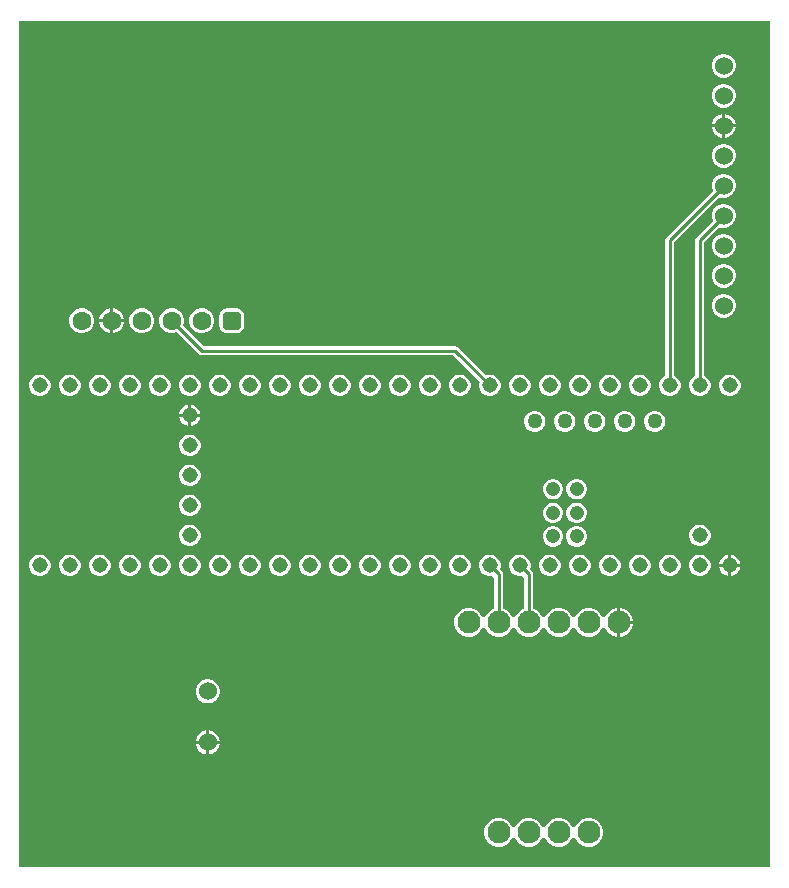
<source format=gbr>
G04*
G04 #@! TF.GenerationSoftware,Altium Limited,Altium Designer,25.0.2 (28)*
G04*
G04 Layer_Physical_Order=1*
G04 Layer_Color=255*
%FSLAX44Y44*%
%MOMM*%
G71*
G04*
G04 #@! TF.SameCoordinates,1FEDFA3E-EA99-418E-B41A-EB270C04C77C*
G04*
G04*
G04 #@! TF.FilePolarity,Positive*
G04*
G01*
G75*
%ADD13C,0.2540*%
%ADD21C,1.3080*%
%ADD22C,1.2580*%
%ADD23C,1.2080*%
%ADD24C,1.5240*%
%ADD25C,1.9304*%
%ADD26C,1.6000*%
G04:AMPARAMS|DCode=27|XSize=1.6mm|YSize=1.6mm|CornerRadius=0.4mm|HoleSize=0mm|Usage=FLASHONLY|Rotation=180.000|XOffset=0mm|YOffset=0mm|HoleType=Round|Shape=RoundedRectangle|*
%AMROUNDEDRECTD27*
21,1,1.6000,0.8000,0,0,180.0*
21,1,0.8000,1.6000,0,0,180.0*
1,1,0.8000,-0.4000,0.4000*
1,1,0.8000,0.4000,0.4000*
1,1,0.8000,0.4000,-0.4000*
1,1,0.8000,-0.4000,-0.4000*
%
%ADD27ROUNDEDRECTD27*%
G36*
X636270Y0D02*
X0D01*
Y716280D01*
X636270D01*
Y0D01*
D02*
G37*
%LPC*%
G36*
X598238Y688340D02*
X595562D01*
X592978Y687648D01*
X590662Y686310D01*
X588770Y684418D01*
X587432Y682102D01*
X586740Y679518D01*
Y676842D01*
X587432Y674258D01*
X588770Y671942D01*
X590662Y670050D01*
X592978Y668712D01*
X595562Y668020D01*
X598238D01*
X600822Y668712D01*
X603138Y670050D01*
X605030Y671942D01*
X606368Y674258D01*
X607060Y676842D01*
Y679518D01*
X606368Y682102D01*
X605030Y684418D01*
X603138Y686310D01*
X600822Y687648D01*
X598238Y688340D01*
D02*
G37*
G36*
Y662940D02*
X595562D01*
X592978Y662248D01*
X590662Y660910D01*
X588770Y659018D01*
X587432Y656702D01*
X586740Y654118D01*
Y651442D01*
X587432Y648858D01*
X588770Y646542D01*
X590662Y644650D01*
X592978Y643312D01*
X595562Y642620D01*
X598238D01*
X600822Y643312D01*
X603138Y644650D01*
X605030Y646542D01*
X606368Y648858D01*
X607060Y651442D01*
Y654118D01*
X606368Y656702D01*
X605030Y659018D01*
X603138Y660910D01*
X600822Y662248D01*
X598238Y662940D01*
D02*
G37*
G36*
Y637540D02*
X598170D01*
Y628650D01*
X607060D01*
Y628718D01*
X606368Y631302D01*
X605030Y633618D01*
X603138Y635510D01*
X600822Y636848D01*
X598238Y637540D01*
D02*
G37*
G36*
X595630D02*
X595562D01*
X592978Y636848D01*
X590662Y635510D01*
X588770Y633618D01*
X587432Y631302D01*
X586740Y628718D01*
Y628650D01*
X595630D01*
Y637540D01*
D02*
G37*
G36*
X607060Y626110D02*
X598170D01*
Y617220D01*
X598238D01*
X600822Y617912D01*
X603138Y619250D01*
X605030Y621142D01*
X606368Y623458D01*
X607060Y626042D01*
Y626110D01*
D02*
G37*
G36*
X595630D02*
X586740D01*
Y626042D01*
X587432Y623458D01*
X588770Y621142D01*
X590662Y619250D01*
X592978Y617912D01*
X595562Y617220D01*
X595630D01*
Y626110D01*
D02*
G37*
G36*
X598238Y612140D02*
X595562D01*
X592978Y611448D01*
X590662Y610110D01*
X588770Y608218D01*
X587432Y605902D01*
X586740Y603318D01*
Y600642D01*
X587432Y598058D01*
X588770Y595742D01*
X590662Y593850D01*
X592978Y592512D01*
X595562Y591820D01*
X598238D01*
X600822Y592512D01*
X603138Y593850D01*
X605030Y595742D01*
X606368Y598058D01*
X607060Y600642D01*
Y603318D01*
X606368Y605902D01*
X605030Y608218D01*
X603138Y610110D01*
X600822Y611448D01*
X598238Y612140D01*
D02*
G37*
G36*
Y586740D02*
X595562D01*
X592978Y586048D01*
X590662Y584710D01*
X588770Y582818D01*
X587432Y580502D01*
X586740Y577918D01*
Y575242D01*
X587432Y572658D01*
X587452Y572625D01*
X548433Y533607D01*
X547591Y532347D01*
X547295Y530860D01*
Y415912D01*
X545605Y414936D01*
X543914Y413245D01*
X542719Y411175D01*
X542100Y408865D01*
Y406475D01*
X542719Y404165D01*
X543914Y402095D01*
X545605Y400404D01*
X547675Y399209D01*
X549985Y398590D01*
X552375D01*
X554685Y399209D01*
X556755Y400404D01*
X558446Y402095D01*
X559641Y404165D01*
X560260Y406475D01*
Y408865D01*
X559641Y411175D01*
X558446Y413245D01*
X556755Y414936D01*
X555065Y415912D01*
Y529251D01*
X592945Y567132D01*
X592978Y567112D01*
X595562Y566420D01*
X598238D01*
X600822Y567112D01*
X603138Y568450D01*
X605030Y570342D01*
X606368Y572658D01*
X607060Y575242D01*
Y577918D01*
X606368Y580502D01*
X605030Y582818D01*
X603138Y584710D01*
X600822Y586048D01*
X598238Y586740D01*
D02*
G37*
G36*
Y561340D02*
X595562D01*
X592978Y560648D01*
X590662Y559310D01*
X588770Y557418D01*
X587432Y555102D01*
X586740Y552518D01*
Y549842D01*
X587432Y547258D01*
X587452Y547225D01*
X573833Y533607D01*
X572991Y532347D01*
X572695Y530860D01*
Y415912D01*
X571005Y414936D01*
X569314Y413245D01*
X568119Y411175D01*
X567500Y408865D01*
Y406475D01*
X568119Y404165D01*
X569314Y402095D01*
X571005Y400404D01*
X573075Y399209D01*
X575385Y398590D01*
X577775D01*
X580085Y399209D01*
X582155Y400404D01*
X583846Y402095D01*
X585041Y404165D01*
X585660Y406475D01*
Y408865D01*
X585041Y411175D01*
X583846Y413245D01*
X582155Y414936D01*
X580465Y415912D01*
Y529251D01*
X592945Y541731D01*
X592978Y541712D01*
X595562Y541020D01*
X598238D01*
X600822Y541712D01*
X603138Y543050D01*
X605030Y544942D01*
X606368Y547258D01*
X607060Y549842D01*
Y552518D01*
X606368Y555102D01*
X605030Y557418D01*
X603138Y559310D01*
X600822Y560648D01*
X598238Y561340D01*
D02*
G37*
G36*
Y535940D02*
X595562D01*
X592978Y535248D01*
X590662Y533910D01*
X588770Y532018D01*
X587432Y529702D01*
X586740Y527118D01*
Y524442D01*
X587432Y521858D01*
X588770Y519542D01*
X590662Y517650D01*
X592978Y516312D01*
X595562Y515620D01*
X598238D01*
X600822Y516312D01*
X603138Y517650D01*
X605030Y519542D01*
X606368Y521858D01*
X607060Y524442D01*
Y527118D01*
X606368Y529702D01*
X605030Y532018D01*
X603138Y533910D01*
X600822Y535248D01*
X598238Y535940D01*
D02*
G37*
G36*
Y510540D02*
X595562D01*
X592978Y509848D01*
X590662Y508510D01*
X588770Y506618D01*
X587432Y504302D01*
X586740Y501718D01*
Y499042D01*
X587432Y496458D01*
X588770Y494142D01*
X590662Y492250D01*
X592978Y490912D01*
X595562Y490220D01*
X598238D01*
X600822Y490912D01*
X603138Y492250D01*
X605030Y494142D01*
X606368Y496458D01*
X607060Y499042D01*
Y501718D01*
X606368Y504302D01*
X605030Y506618D01*
X603138Y508510D01*
X600822Y509848D01*
X598238Y510540D01*
D02*
G37*
G36*
Y485140D02*
X595562D01*
X592978Y484448D01*
X590662Y483110D01*
X588770Y481218D01*
X587432Y478902D01*
X586740Y476318D01*
Y473642D01*
X587432Y471058D01*
X588770Y468742D01*
X590662Y466850D01*
X592978Y465512D01*
X595562Y464820D01*
X598238D01*
X600822Y465512D01*
X603138Y466850D01*
X605030Y468742D01*
X606368Y471058D01*
X607060Y473642D01*
Y476318D01*
X606368Y478902D01*
X605030Y481218D01*
X603138Y483110D01*
X600822Y484448D01*
X598238Y485140D01*
D02*
G37*
G36*
X80128Y472820D02*
X80010D01*
Y463550D01*
X89280D01*
Y463668D01*
X88562Y466348D01*
X87174Y468752D01*
X85212Y470714D01*
X82808Y472102D01*
X80128Y472820D01*
D02*
G37*
G36*
X77470D02*
X77352D01*
X74672Y472102D01*
X72268Y470714D01*
X70306Y468752D01*
X68918Y466348D01*
X68200Y463668D01*
Y463550D01*
X77470D01*
Y472820D01*
D02*
G37*
G36*
X156328D02*
X153552D01*
X150872Y472102D01*
X148468Y470714D01*
X146506Y468752D01*
X145118Y466348D01*
X144400Y463668D01*
Y460892D01*
X145118Y458212D01*
X146506Y455808D01*
X148468Y453846D01*
X150872Y452458D01*
X153552Y451740D01*
X156328D01*
X159008Y452458D01*
X161412Y453846D01*
X163374Y455808D01*
X164762Y458212D01*
X165480Y460892D01*
Y463668D01*
X164762Y466348D01*
X163374Y468752D01*
X161412Y470714D01*
X159008Y472102D01*
X156328Y472820D01*
D02*
G37*
G36*
X105528D02*
X102752D01*
X100072Y472102D01*
X97668Y470714D01*
X95706Y468752D01*
X94318Y466348D01*
X93600Y463668D01*
Y460892D01*
X94318Y458212D01*
X95706Y455808D01*
X97668Y453846D01*
X100072Y452458D01*
X102752Y451740D01*
X105528D01*
X108208Y452458D01*
X110612Y453846D01*
X112574Y455808D01*
X113962Y458212D01*
X114680Y460892D01*
Y463668D01*
X113962Y466348D01*
X112574Y468752D01*
X110612Y470714D01*
X108208Y472102D01*
X105528Y472820D01*
D02*
G37*
G36*
X89280Y461010D02*
X80010D01*
Y451740D01*
X80128D01*
X82808Y452458D01*
X85212Y453846D01*
X87174Y455808D01*
X88562Y458212D01*
X89280Y460892D01*
Y461010D01*
D02*
G37*
G36*
X77470D02*
X68200D01*
Y460892D01*
X68918Y458212D01*
X70306Y455808D01*
X72268Y453846D01*
X74672Y452458D01*
X77352Y451740D01*
X77470D01*
Y461010D01*
D02*
G37*
G36*
X54728Y472820D02*
X51952D01*
X49272Y472102D01*
X46868Y470714D01*
X44906Y468752D01*
X43518Y466348D01*
X42800Y463668D01*
Y460892D01*
X43518Y458212D01*
X44906Y455808D01*
X46868Y453846D01*
X49272Y452458D01*
X51952Y451740D01*
X54728D01*
X57408Y452458D01*
X59812Y453846D01*
X61774Y455808D01*
X63162Y458212D01*
X63880Y460892D01*
Y463668D01*
X63162Y466348D01*
X61774Y468752D01*
X59812Y470714D01*
X57408Y472102D01*
X54728Y472820D01*
D02*
G37*
G36*
X184340Y472876D02*
X176340D01*
X174633Y472652D01*
X173042Y471993D01*
X171676Y470944D01*
X170627Y469578D01*
X169968Y467987D01*
X169744Y466280D01*
Y458280D01*
X169968Y456573D01*
X170627Y454982D01*
X171676Y453616D01*
X173042Y452567D01*
X174633Y451908D01*
X176340Y451684D01*
X184340D01*
X186047Y451908D01*
X187638Y452567D01*
X189004Y453616D01*
X190053Y454982D01*
X190712Y456573D01*
X190936Y458280D01*
Y466280D01*
X190712Y467987D01*
X190053Y469578D01*
X189004Y470944D01*
X187638Y471993D01*
X186047Y472652D01*
X184340Y472876D01*
D02*
G37*
G36*
X603175Y416750D02*
X600785D01*
X598475Y416131D01*
X596405Y414936D01*
X594714Y413245D01*
X593519Y411175D01*
X592900Y408865D01*
Y406475D01*
X593519Y404165D01*
X594714Y402095D01*
X596405Y400404D01*
X598475Y399209D01*
X600785Y398590D01*
X603175D01*
X605485Y399209D01*
X607555Y400404D01*
X609246Y402095D01*
X610441Y404165D01*
X611060Y406475D01*
Y408865D01*
X610441Y411175D01*
X609246Y413245D01*
X607555Y414936D01*
X605485Y416131D01*
X603175Y416750D01*
D02*
G37*
G36*
X526975D02*
X524585D01*
X522275Y416131D01*
X520205Y414936D01*
X518514Y413245D01*
X517319Y411175D01*
X516700Y408865D01*
Y406475D01*
X517319Y404165D01*
X518514Y402095D01*
X520205Y400404D01*
X522275Y399209D01*
X524585Y398590D01*
X526975D01*
X529285Y399209D01*
X531355Y400404D01*
X533046Y402095D01*
X534241Y404165D01*
X534860Y406475D01*
Y408865D01*
X534241Y411175D01*
X533046Y413245D01*
X531355Y414936D01*
X529285Y416131D01*
X526975Y416750D01*
D02*
G37*
G36*
X501575D02*
X499185D01*
X496875Y416131D01*
X494805Y414936D01*
X493114Y413245D01*
X491919Y411175D01*
X491300Y408865D01*
Y406475D01*
X491919Y404165D01*
X493114Y402095D01*
X494805Y400404D01*
X496875Y399209D01*
X499185Y398590D01*
X501575D01*
X503885Y399209D01*
X505955Y400404D01*
X507646Y402095D01*
X508841Y404165D01*
X509460Y406475D01*
Y408865D01*
X508841Y411175D01*
X507646Y413245D01*
X505955Y414936D01*
X503885Y416131D01*
X501575Y416750D01*
D02*
G37*
G36*
X476175D02*
X473785D01*
X471475Y416131D01*
X469405Y414936D01*
X467714Y413245D01*
X466519Y411175D01*
X465900Y408865D01*
Y406475D01*
X466519Y404165D01*
X467714Y402095D01*
X469405Y400404D01*
X471475Y399209D01*
X473785Y398590D01*
X476175D01*
X478485Y399209D01*
X480555Y400404D01*
X482246Y402095D01*
X483441Y404165D01*
X484060Y406475D01*
Y408865D01*
X483441Y411175D01*
X482246Y413245D01*
X480555Y414936D01*
X478485Y416131D01*
X476175Y416750D01*
D02*
G37*
G36*
X450775D02*
X448385D01*
X446075Y416131D01*
X444005Y414936D01*
X442314Y413245D01*
X441119Y411175D01*
X440500Y408865D01*
Y406475D01*
X441119Y404165D01*
X442314Y402095D01*
X444005Y400404D01*
X446075Y399209D01*
X448385Y398590D01*
X450775D01*
X453085Y399209D01*
X455155Y400404D01*
X456846Y402095D01*
X458041Y404165D01*
X458660Y406475D01*
Y408865D01*
X458041Y411175D01*
X456846Y413245D01*
X455155Y414936D01*
X453085Y416131D01*
X450775Y416750D01*
D02*
G37*
G36*
X425375D02*
X422985D01*
X420675Y416131D01*
X418605Y414936D01*
X416914Y413245D01*
X415719Y411175D01*
X415100Y408865D01*
Y406475D01*
X415719Y404165D01*
X416914Y402095D01*
X418605Y400404D01*
X420675Y399209D01*
X422985Y398590D01*
X425375D01*
X427685Y399209D01*
X429755Y400404D01*
X431446Y402095D01*
X432641Y404165D01*
X433260Y406475D01*
Y408865D01*
X432641Y411175D01*
X431446Y413245D01*
X429755Y414936D01*
X427685Y416131D01*
X425375Y416750D01*
D02*
G37*
G36*
X130928Y472820D02*
X128152D01*
X125472Y472102D01*
X123068Y470714D01*
X121106Y468752D01*
X119718Y466348D01*
X119000Y463668D01*
Y460892D01*
X119718Y458212D01*
X121106Y455808D01*
X123068Y453846D01*
X125472Y452458D01*
X128152Y451740D01*
X130928D01*
X133608Y452458D01*
X133773Y452553D01*
X152193Y434133D01*
X153453Y433291D01*
X154940Y432995D01*
X367961D01*
X390205Y410751D01*
X389700Y408865D01*
Y406475D01*
X390319Y404165D01*
X391514Y402095D01*
X393205Y400404D01*
X395275Y399209D01*
X397585Y398590D01*
X399975D01*
X402285Y399209D01*
X404355Y400404D01*
X406046Y402095D01*
X407241Y404165D01*
X407860Y406475D01*
Y408865D01*
X407241Y411175D01*
X406046Y413245D01*
X404355Y414936D01*
X402285Y416131D01*
X399975Y416750D01*
X397585D01*
X395699Y416245D01*
X372317Y439627D01*
X371057Y440469D01*
X369570Y440765D01*
X156549D01*
X139267Y458047D01*
X139362Y458212D01*
X140080Y460892D01*
Y463668D01*
X139362Y466348D01*
X137974Y468752D01*
X136012Y470714D01*
X133608Y472102D01*
X130928Y472820D01*
D02*
G37*
G36*
X374575Y416750D02*
X372185D01*
X369875Y416131D01*
X367805Y414936D01*
X366114Y413245D01*
X364919Y411175D01*
X364300Y408865D01*
Y406475D01*
X364919Y404165D01*
X366114Y402095D01*
X367805Y400404D01*
X369875Y399209D01*
X372185Y398590D01*
X374575D01*
X376885Y399209D01*
X378955Y400404D01*
X380646Y402095D01*
X381841Y404165D01*
X382460Y406475D01*
Y408865D01*
X381841Y411175D01*
X380646Y413245D01*
X378955Y414936D01*
X376885Y416131D01*
X374575Y416750D01*
D02*
G37*
G36*
X349175D02*
X346785D01*
X344475Y416131D01*
X342405Y414936D01*
X340714Y413245D01*
X339519Y411175D01*
X338900Y408865D01*
Y406475D01*
X339519Y404165D01*
X340714Y402095D01*
X342405Y400404D01*
X344475Y399209D01*
X346785Y398590D01*
X349175D01*
X351485Y399209D01*
X353555Y400404D01*
X355246Y402095D01*
X356441Y404165D01*
X357060Y406475D01*
Y408865D01*
X356441Y411175D01*
X355246Y413245D01*
X353555Y414936D01*
X351485Y416131D01*
X349175Y416750D01*
D02*
G37*
G36*
X323775D02*
X321385D01*
X319075Y416131D01*
X317005Y414936D01*
X315314Y413245D01*
X314119Y411175D01*
X313500Y408865D01*
Y406475D01*
X314119Y404165D01*
X315314Y402095D01*
X317005Y400404D01*
X319075Y399209D01*
X321385Y398590D01*
X323775D01*
X326085Y399209D01*
X328155Y400404D01*
X329846Y402095D01*
X331041Y404165D01*
X331660Y406475D01*
Y408865D01*
X331041Y411175D01*
X329846Y413245D01*
X328155Y414936D01*
X326085Y416131D01*
X323775Y416750D01*
D02*
G37*
G36*
X298375D02*
X295985D01*
X293675Y416131D01*
X291605Y414936D01*
X289914Y413245D01*
X288719Y411175D01*
X288100Y408865D01*
Y406475D01*
X288719Y404165D01*
X289914Y402095D01*
X291605Y400404D01*
X293675Y399209D01*
X295985Y398590D01*
X298375D01*
X300685Y399209D01*
X302755Y400404D01*
X304446Y402095D01*
X305641Y404165D01*
X306260Y406475D01*
Y408865D01*
X305641Y411175D01*
X304446Y413245D01*
X302755Y414936D01*
X300685Y416131D01*
X298375Y416750D01*
D02*
G37*
G36*
X272975D02*
X270585D01*
X268275Y416131D01*
X266205Y414936D01*
X264514Y413245D01*
X263319Y411175D01*
X262700Y408865D01*
Y406475D01*
X263319Y404165D01*
X264514Y402095D01*
X266205Y400404D01*
X268275Y399209D01*
X270585Y398590D01*
X272975D01*
X275285Y399209D01*
X277355Y400404D01*
X279046Y402095D01*
X280241Y404165D01*
X280860Y406475D01*
Y408865D01*
X280241Y411175D01*
X279046Y413245D01*
X277355Y414936D01*
X275285Y416131D01*
X272975Y416750D01*
D02*
G37*
G36*
X247575D02*
X245185D01*
X242875Y416131D01*
X240805Y414936D01*
X239114Y413245D01*
X237919Y411175D01*
X237300Y408865D01*
Y406475D01*
X237919Y404165D01*
X239114Y402095D01*
X240805Y400404D01*
X242875Y399209D01*
X245185Y398590D01*
X247575D01*
X249885Y399209D01*
X251955Y400404D01*
X253646Y402095D01*
X254841Y404165D01*
X255460Y406475D01*
Y408865D01*
X254841Y411175D01*
X253646Y413245D01*
X251955Y414936D01*
X249885Y416131D01*
X247575Y416750D01*
D02*
G37*
G36*
X222175D02*
X219785D01*
X217475Y416131D01*
X215405Y414936D01*
X213714Y413245D01*
X212519Y411175D01*
X211900Y408865D01*
Y406475D01*
X212519Y404165D01*
X213714Y402095D01*
X215405Y400404D01*
X217475Y399209D01*
X219785Y398590D01*
X222175D01*
X224485Y399209D01*
X226555Y400404D01*
X228246Y402095D01*
X229441Y404165D01*
X230060Y406475D01*
Y408865D01*
X229441Y411175D01*
X228246Y413245D01*
X226555Y414936D01*
X224485Y416131D01*
X222175Y416750D01*
D02*
G37*
G36*
X196775D02*
X194385D01*
X192075Y416131D01*
X190005Y414936D01*
X188314Y413245D01*
X187119Y411175D01*
X186500Y408865D01*
Y406475D01*
X187119Y404165D01*
X188314Y402095D01*
X190005Y400404D01*
X192075Y399209D01*
X194385Y398590D01*
X196775D01*
X199085Y399209D01*
X201155Y400404D01*
X202846Y402095D01*
X204041Y404165D01*
X204660Y406475D01*
Y408865D01*
X204041Y411175D01*
X202846Y413245D01*
X201155Y414936D01*
X199085Y416131D01*
X196775Y416750D01*
D02*
G37*
G36*
X171375D02*
X168985D01*
X166675Y416131D01*
X164605Y414936D01*
X162914Y413245D01*
X161719Y411175D01*
X161100Y408865D01*
Y406475D01*
X161719Y404165D01*
X162914Y402095D01*
X164605Y400404D01*
X166675Y399209D01*
X168985Y398590D01*
X171375D01*
X173685Y399209D01*
X175755Y400404D01*
X177446Y402095D01*
X178641Y404165D01*
X179260Y406475D01*
Y408865D01*
X178641Y411175D01*
X177446Y413245D01*
X175755Y414936D01*
X173685Y416131D01*
X171375Y416750D01*
D02*
G37*
G36*
X145975D02*
X143585D01*
X141275Y416131D01*
X139205Y414936D01*
X137514Y413245D01*
X136319Y411175D01*
X135700Y408865D01*
Y406475D01*
X136319Y404165D01*
X137514Y402095D01*
X139205Y400404D01*
X141275Y399209D01*
X143585Y398590D01*
X145975D01*
X148285Y399209D01*
X150355Y400404D01*
X152046Y402095D01*
X153241Y404165D01*
X153860Y406475D01*
Y408865D01*
X153241Y411175D01*
X152046Y413245D01*
X150355Y414936D01*
X148285Y416131D01*
X145975Y416750D01*
D02*
G37*
G36*
X120575D02*
X118185D01*
X115875Y416131D01*
X113805Y414936D01*
X112114Y413245D01*
X110919Y411175D01*
X110300Y408865D01*
Y406475D01*
X110919Y404165D01*
X112114Y402095D01*
X113805Y400404D01*
X115875Y399209D01*
X118185Y398590D01*
X120575D01*
X122885Y399209D01*
X124955Y400404D01*
X126646Y402095D01*
X127841Y404165D01*
X128460Y406475D01*
Y408865D01*
X127841Y411175D01*
X126646Y413245D01*
X124955Y414936D01*
X122885Y416131D01*
X120575Y416750D01*
D02*
G37*
G36*
X95175D02*
X92785D01*
X90475Y416131D01*
X88405Y414936D01*
X86714Y413245D01*
X85519Y411175D01*
X84900Y408865D01*
Y406475D01*
X85519Y404165D01*
X86714Y402095D01*
X88405Y400404D01*
X90475Y399209D01*
X92785Y398590D01*
X95175D01*
X97485Y399209D01*
X99555Y400404D01*
X101246Y402095D01*
X102441Y404165D01*
X103060Y406475D01*
Y408865D01*
X102441Y411175D01*
X101246Y413245D01*
X99555Y414936D01*
X97485Y416131D01*
X95175Y416750D01*
D02*
G37*
G36*
X69775D02*
X67385D01*
X65075Y416131D01*
X63005Y414936D01*
X61314Y413245D01*
X60119Y411175D01*
X59500Y408865D01*
Y406475D01*
X60119Y404165D01*
X61314Y402095D01*
X63005Y400404D01*
X65075Y399209D01*
X67385Y398590D01*
X69775D01*
X72085Y399209D01*
X74155Y400404D01*
X75846Y402095D01*
X77041Y404165D01*
X77660Y406475D01*
Y408865D01*
X77041Y411175D01*
X75846Y413245D01*
X74155Y414936D01*
X72085Y416131D01*
X69775Y416750D01*
D02*
G37*
G36*
X44375D02*
X41985D01*
X39675Y416131D01*
X37605Y414936D01*
X35914Y413245D01*
X34719Y411175D01*
X34100Y408865D01*
Y406475D01*
X34719Y404165D01*
X35914Y402095D01*
X37605Y400404D01*
X39675Y399209D01*
X41985Y398590D01*
X44375D01*
X46685Y399209D01*
X48755Y400404D01*
X50446Y402095D01*
X51641Y404165D01*
X52260Y406475D01*
Y408865D01*
X51641Y411175D01*
X50446Y413245D01*
X48755Y414936D01*
X46685Y416131D01*
X44375Y416750D01*
D02*
G37*
G36*
X18975D02*
X16585D01*
X14275Y416131D01*
X12205Y414936D01*
X10514Y413245D01*
X9319Y411175D01*
X8700Y408865D01*
Y406475D01*
X9319Y404165D01*
X10514Y402095D01*
X12205Y400404D01*
X14275Y399209D01*
X16585Y398590D01*
X18975D01*
X21285Y399209D01*
X23355Y400404D01*
X25046Y402095D01*
X26241Y404165D01*
X26860Y406475D01*
Y408865D01*
X26241Y411175D01*
X25046Y413245D01*
X23355Y414936D01*
X21285Y416131D01*
X18975Y416750D01*
D02*
G37*
G36*
X146050Y391330D02*
Y383540D01*
X153840D01*
X153241Y385775D01*
X152046Y387845D01*
X150355Y389536D01*
X148285Y390731D01*
X146050Y391330D01*
D02*
G37*
G36*
X143510D02*
X141275Y390731D01*
X139205Y389536D01*
X137514Y387845D01*
X136319Y385775D01*
X135720Y383540D01*
X143510D01*
Y391330D01*
D02*
G37*
G36*
X153840Y381000D02*
X146050D01*
Y373210D01*
X148285Y373809D01*
X150355Y375004D01*
X152046Y376695D01*
X153241Y378765D01*
X153840Y381000D01*
D02*
G37*
G36*
X143510D02*
X135720D01*
X136319Y378765D01*
X137514Y376695D01*
X139205Y375004D01*
X141275Y373809D01*
X143510Y373210D01*
Y381000D01*
D02*
G37*
G36*
X539642Y386000D02*
X537318D01*
X535072Y385398D01*
X533058Y384236D01*
X531414Y382592D01*
X530252Y380578D01*
X529650Y378332D01*
Y376007D01*
X530252Y373762D01*
X531414Y371748D01*
X533058Y370104D01*
X535072Y368942D01*
X537318Y368340D01*
X539642D01*
X541888Y368942D01*
X543902Y370104D01*
X545546Y371748D01*
X546708Y373762D01*
X547310Y376007D01*
Y378332D01*
X546708Y380578D01*
X545546Y382592D01*
X543902Y384236D01*
X541888Y385398D01*
X539642Y386000D01*
D02*
G37*
G36*
X514243D02*
X511917D01*
X509672Y385398D01*
X507658Y384236D01*
X506014Y382592D01*
X504852Y380578D01*
X504250Y378332D01*
Y376007D01*
X504852Y373762D01*
X506014Y371748D01*
X507658Y370104D01*
X509672Y368942D01*
X511917Y368340D01*
X514243D01*
X516488Y368942D01*
X518502Y370104D01*
X520146Y371748D01*
X521308Y373762D01*
X521910Y376007D01*
Y378332D01*
X521308Y380578D01*
X520146Y382592D01*
X518502Y384236D01*
X516488Y385398D01*
X514243Y386000D01*
D02*
G37*
G36*
X488843D02*
X486517D01*
X484272Y385398D01*
X482258Y384236D01*
X480614Y382592D01*
X479452Y380578D01*
X478850Y378332D01*
Y376007D01*
X479452Y373762D01*
X480614Y371748D01*
X482258Y370104D01*
X484272Y368942D01*
X486517Y368340D01*
X488843D01*
X491088Y368942D01*
X493102Y370104D01*
X494746Y371748D01*
X495908Y373762D01*
X496510Y376007D01*
Y378332D01*
X495908Y380578D01*
X494746Y382592D01*
X493102Y384236D01*
X491088Y385398D01*
X488843Y386000D01*
D02*
G37*
G36*
X463442D02*
X461118D01*
X458872Y385398D01*
X456858Y384236D01*
X455214Y382592D01*
X454052Y380578D01*
X453450Y378332D01*
Y376007D01*
X454052Y373762D01*
X455214Y371748D01*
X456858Y370104D01*
X458872Y368942D01*
X461118Y368340D01*
X463442D01*
X465688Y368942D01*
X467702Y370104D01*
X469346Y371748D01*
X470508Y373762D01*
X471110Y376007D01*
Y378332D01*
X470508Y380578D01*
X469346Y382592D01*
X467702Y384236D01*
X465688Y385398D01*
X463442Y386000D01*
D02*
G37*
G36*
X438042D02*
X435718D01*
X433472Y385398D01*
X431458Y384236D01*
X429814Y382592D01*
X428652Y380578D01*
X428050Y378332D01*
Y376007D01*
X428652Y373762D01*
X429814Y371748D01*
X431458Y370104D01*
X433472Y368942D01*
X435718Y368340D01*
X438042D01*
X440288Y368942D01*
X442302Y370104D01*
X443946Y371748D01*
X445108Y373762D01*
X445710Y376007D01*
Y378332D01*
X445108Y380578D01*
X443946Y382592D01*
X442302Y384236D01*
X440288Y385398D01*
X438042Y386000D01*
D02*
G37*
G36*
X145975Y365950D02*
X143585D01*
X141275Y365331D01*
X139205Y364136D01*
X137514Y362445D01*
X136319Y360375D01*
X135700Y358065D01*
Y355675D01*
X136319Y353365D01*
X137514Y351295D01*
X139205Y349604D01*
X141275Y348409D01*
X143585Y347790D01*
X145975D01*
X148285Y348409D01*
X150355Y349604D01*
X152046Y351295D01*
X153241Y353365D01*
X153860Y355675D01*
Y358065D01*
X153241Y360375D01*
X152046Y362445D01*
X150355Y364136D01*
X148285Y365331D01*
X145975Y365950D01*
D02*
G37*
G36*
Y340550D02*
X143585D01*
X141275Y339931D01*
X139205Y338736D01*
X137514Y337045D01*
X136319Y334975D01*
X135700Y332665D01*
Y330275D01*
X136319Y327965D01*
X137514Y325895D01*
X139205Y324204D01*
X141275Y323009D01*
X143585Y322390D01*
X145975D01*
X148285Y323009D01*
X150355Y324204D01*
X152046Y325895D01*
X153241Y327965D01*
X153860Y330275D01*
Y332665D01*
X153241Y334975D01*
X152046Y337045D01*
X150355Y338736D01*
X148285Y339931D01*
X145975Y340550D01*
D02*
G37*
G36*
X473410Y328350D02*
X471150D01*
X468968Y327765D01*
X467012Y326636D01*
X465414Y325038D01*
X464285Y323082D01*
X463700Y320900D01*
Y318640D01*
X464285Y316458D01*
X465414Y314502D01*
X467012Y312904D01*
X468968Y311775D01*
X471150Y311190D01*
X473410D01*
X475592Y311775D01*
X477548Y312904D01*
X479146Y314502D01*
X480275Y316458D01*
X480860Y318640D01*
Y320900D01*
X480275Y323082D01*
X479146Y325038D01*
X477548Y326636D01*
X475592Y327765D01*
X473410Y328350D01*
D02*
G37*
G36*
X453410D02*
X451150D01*
X448968Y327765D01*
X447012Y326636D01*
X445414Y325038D01*
X444285Y323082D01*
X443700Y320900D01*
Y318640D01*
X444285Y316458D01*
X445414Y314502D01*
X447012Y312904D01*
X448968Y311775D01*
X451150Y311190D01*
X453410D01*
X455592Y311775D01*
X457548Y312904D01*
X459146Y314502D01*
X460275Y316458D01*
X460860Y318640D01*
Y320900D01*
X460275Y323082D01*
X459146Y325038D01*
X457548Y326636D01*
X455592Y327765D01*
X453410Y328350D01*
D02*
G37*
G36*
X145975Y315150D02*
X143585D01*
X141275Y314531D01*
X139205Y313336D01*
X137514Y311645D01*
X136319Y309575D01*
X135700Y307265D01*
Y304875D01*
X136319Y302565D01*
X137514Y300495D01*
X139205Y298804D01*
X141275Y297609D01*
X143585Y296990D01*
X145975D01*
X148285Y297609D01*
X150355Y298804D01*
X152046Y300495D01*
X153241Y302565D01*
X153860Y304875D01*
Y307265D01*
X153241Y309575D01*
X152046Y311645D01*
X150355Y313336D01*
X148285Y314531D01*
X145975Y315150D01*
D02*
G37*
G36*
X473410Y308350D02*
X471150D01*
X468968Y307765D01*
X467012Y306636D01*
X465414Y305038D01*
X464285Y303082D01*
X463700Y300900D01*
Y298640D01*
X464285Y296458D01*
X465414Y294502D01*
X467012Y292904D01*
X468968Y291775D01*
X471150Y291190D01*
X473410D01*
X475592Y291775D01*
X477548Y292904D01*
X479146Y294502D01*
X480275Y296458D01*
X480860Y298640D01*
Y300900D01*
X480275Y303082D01*
X479146Y305038D01*
X477548Y306636D01*
X475592Y307765D01*
X473410Y308350D01*
D02*
G37*
G36*
X453410D02*
X451150D01*
X448968Y307765D01*
X447012Y306636D01*
X445414Y305038D01*
X444285Y303082D01*
X443700Y300900D01*
Y298640D01*
X444285Y296458D01*
X445414Y294502D01*
X447012Y292904D01*
X448968Y291775D01*
X451150Y291190D01*
X453410D01*
X455592Y291775D01*
X457548Y292904D01*
X459146Y294502D01*
X460275Y296458D01*
X460860Y298640D01*
Y300900D01*
X460275Y303082D01*
X459146Y305038D01*
X457548Y306636D01*
X455592Y307765D01*
X453410Y308350D01*
D02*
G37*
G36*
X577775Y289750D02*
X575385D01*
X573075Y289131D01*
X571005Y287936D01*
X569314Y286245D01*
X568119Y284175D01*
X567500Y281865D01*
Y279475D01*
X568119Y277165D01*
X569314Y275095D01*
X571005Y273404D01*
X573075Y272209D01*
X575385Y271590D01*
X577775D01*
X580085Y272209D01*
X582155Y273404D01*
X583846Y275095D01*
X585041Y277165D01*
X585660Y279475D01*
Y281865D01*
X585041Y284175D01*
X583846Y286245D01*
X582155Y287936D01*
X580085Y289131D01*
X577775Y289750D01*
D02*
G37*
G36*
X145975D02*
X143585D01*
X141275Y289131D01*
X139205Y287936D01*
X137514Y286245D01*
X136319Y284175D01*
X135700Y281865D01*
Y279475D01*
X136319Y277165D01*
X137514Y275095D01*
X139205Y273404D01*
X141275Y272209D01*
X143585Y271590D01*
X145975D01*
X148285Y272209D01*
X150355Y273404D01*
X152046Y275095D01*
X153241Y277165D01*
X153860Y279475D01*
Y281865D01*
X153241Y284175D01*
X152046Y286245D01*
X150355Y287936D01*
X148285Y289131D01*
X145975Y289750D01*
D02*
G37*
G36*
X473410Y288350D02*
X471150D01*
X468968Y287765D01*
X467012Y286636D01*
X465414Y285038D01*
X464285Y283082D01*
X463700Y280900D01*
Y278640D01*
X464285Y276458D01*
X465414Y274502D01*
X467012Y272904D01*
X468968Y271775D01*
X471150Y271190D01*
X473410D01*
X475592Y271775D01*
X477548Y272904D01*
X479146Y274502D01*
X480275Y276458D01*
X480860Y278640D01*
Y280900D01*
X480275Y283082D01*
X479146Y285038D01*
X477548Y286636D01*
X475592Y287765D01*
X473410Y288350D01*
D02*
G37*
G36*
X453410D02*
X451150D01*
X448968Y287765D01*
X447012Y286636D01*
X445414Y285038D01*
X444285Y283082D01*
X443700Y280900D01*
Y278640D01*
X444285Y276458D01*
X445414Y274502D01*
X447012Y272904D01*
X448968Y271775D01*
X451150Y271190D01*
X453410D01*
X455592Y271775D01*
X457548Y272904D01*
X459146Y274502D01*
X460275Y276458D01*
X460860Y278640D01*
Y280900D01*
X460275Y283082D01*
X459146Y285038D01*
X457548Y286636D01*
X455592Y287765D01*
X453410Y288350D01*
D02*
G37*
G36*
X603250Y264330D02*
Y256540D01*
X611040D01*
X610441Y258775D01*
X609246Y260845D01*
X607555Y262536D01*
X605485Y263731D01*
X603250Y264330D01*
D02*
G37*
G36*
X600710D02*
X598475Y263731D01*
X596405Y262536D01*
X594714Y260845D01*
X593519Y258775D01*
X592920Y256540D01*
X600710D01*
Y264330D01*
D02*
G37*
G36*
X611040Y254000D02*
X603250D01*
Y246210D01*
X605485Y246809D01*
X607555Y248004D01*
X609246Y249695D01*
X610441Y251765D01*
X611040Y254000D01*
D02*
G37*
G36*
X600710D02*
X592920D01*
X593519Y251765D01*
X594714Y249695D01*
X596405Y248004D01*
X598475Y246809D01*
X600710Y246210D01*
Y254000D01*
D02*
G37*
G36*
X577775Y264350D02*
X575385D01*
X573075Y263731D01*
X571005Y262536D01*
X569314Y260845D01*
X568119Y258775D01*
X567500Y256465D01*
Y254075D01*
X568119Y251765D01*
X569314Y249695D01*
X571005Y248004D01*
X573075Y246809D01*
X575385Y246190D01*
X577775D01*
X580085Y246809D01*
X582155Y248004D01*
X583846Y249695D01*
X585041Y251765D01*
X585660Y254075D01*
Y256465D01*
X585041Y258775D01*
X583846Y260845D01*
X582155Y262536D01*
X580085Y263731D01*
X577775Y264350D01*
D02*
G37*
G36*
X552375D02*
X549985D01*
X547675Y263731D01*
X545605Y262536D01*
X543914Y260845D01*
X542719Y258775D01*
X542100Y256465D01*
Y254075D01*
X542719Y251765D01*
X543914Y249695D01*
X545605Y248004D01*
X547675Y246809D01*
X549985Y246190D01*
X552375D01*
X554685Y246809D01*
X556755Y248004D01*
X558446Y249695D01*
X559641Y251765D01*
X560260Y254075D01*
Y256465D01*
X559641Y258775D01*
X558446Y260845D01*
X556755Y262536D01*
X554685Y263731D01*
X552375Y264350D01*
D02*
G37*
G36*
X526975D02*
X524585D01*
X522275Y263731D01*
X520205Y262536D01*
X518514Y260845D01*
X517319Y258775D01*
X516700Y256465D01*
Y254075D01*
X517319Y251765D01*
X518514Y249695D01*
X520205Y248004D01*
X522275Y246809D01*
X524585Y246190D01*
X526975D01*
X529285Y246809D01*
X531355Y248004D01*
X533046Y249695D01*
X534241Y251765D01*
X534860Y254075D01*
Y256465D01*
X534241Y258775D01*
X533046Y260845D01*
X531355Y262536D01*
X529285Y263731D01*
X526975Y264350D01*
D02*
G37*
G36*
X501575D02*
X499185D01*
X496875Y263731D01*
X494805Y262536D01*
X493114Y260845D01*
X491919Y258775D01*
X491300Y256465D01*
Y254075D01*
X491919Y251765D01*
X493114Y249695D01*
X494805Y248004D01*
X496875Y246809D01*
X499185Y246190D01*
X501575D01*
X503885Y246809D01*
X505955Y248004D01*
X507646Y249695D01*
X508841Y251765D01*
X509460Y254075D01*
Y256465D01*
X508841Y258775D01*
X507646Y260845D01*
X505955Y262536D01*
X503885Y263731D01*
X501575Y264350D01*
D02*
G37*
G36*
X476175D02*
X473785D01*
X471475Y263731D01*
X469405Y262536D01*
X467714Y260845D01*
X466519Y258775D01*
X465900Y256465D01*
Y254075D01*
X466519Y251765D01*
X467714Y249695D01*
X469405Y248004D01*
X471475Y246809D01*
X473785Y246190D01*
X476175D01*
X478485Y246809D01*
X480555Y248004D01*
X482246Y249695D01*
X483441Y251765D01*
X484060Y254075D01*
Y256465D01*
X483441Y258775D01*
X482246Y260845D01*
X480555Y262536D01*
X478485Y263731D01*
X476175Y264350D01*
D02*
G37*
G36*
X450775D02*
X448385D01*
X446075Y263731D01*
X444005Y262536D01*
X442314Y260845D01*
X441119Y258775D01*
X440500Y256465D01*
Y254075D01*
X441119Y251765D01*
X442314Y249695D01*
X444005Y248004D01*
X446075Y246809D01*
X448385Y246190D01*
X450775D01*
X453085Y246809D01*
X455155Y248004D01*
X456846Y249695D01*
X458041Y251765D01*
X458660Y254075D01*
Y256465D01*
X458041Y258775D01*
X456846Y260845D01*
X455155Y262536D01*
X453085Y263731D01*
X450775Y264350D01*
D02*
G37*
G36*
X374575D02*
X372185D01*
X369875Y263731D01*
X367805Y262536D01*
X366114Y260845D01*
X364919Y258775D01*
X364300Y256465D01*
Y254075D01*
X364919Y251765D01*
X366114Y249695D01*
X367805Y248004D01*
X369875Y246809D01*
X372185Y246190D01*
X374575D01*
X376885Y246809D01*
X378955Y248004D01*
X380646Y249695D01*
X381841Y251765D01*
X382460Y254075D01*
Y256465D01*
X381841Y258775D01*
X380646Y260845D01*
X378955Y262536D01*
X376885Y263731D01*
X374575Y264350D01*
D02*
G37*
G36*
X349175D02*
X346785D01*
X344475Y263731D01*
X342405Y262536D01*
X340714Y260845D01*
X339519Y258775D01*
X338900Y256465D01*
Y254075D01*
X339519Y251765D01*
X340714Y249695D01*
X342405Y248004D01*
X344475Y246809D01*
X346785Y246190D01*
X349175D01*
X351485Y246809D01*
X353555Y248004D01*
X355246Y249695D01*
X356441Y251765D01*
X357060Y254075D01*
Y256465D01*
X356441Y258775D01*
X355246Y260845D01*
X353555Y262536D01*
X351485Y263731D01*
X349175Y264350D01*
D02*
G37*
G36*
X323775D02*
X321385D01*
X319075Y263731D01*
X317005Y262536D01*
X315314Y260845D01*
X314119Y258775D01*
X313500Y256465D01*
Y254075D01*
X314119Y251765D01*
X315314Y249695D01*
X317005Y248004D01*
X319075Y246809D01*
X321385Y246190D01*
X323775D01*
X326085Y246809D01*
X328155Y248004D01*
X329846Y249695D01*
X331041Y251765D01*
X331660Y254075D01*
Y256465D01*
X331041Y258775D01*
X329846Y260845D01*
X328155Y262536D01*
X326085Y263731D01*
X323775Y264350D01*
D02*
G37*
G36*
X298375D02*
X295985D01*
X293675Y263731D01*
X291605Y262536D01*
X289914Y260845D01*
X288719Y258775D01*
X288100Y256465D01*
Y254075D01*
X288719Y251765D01*
X289914Y249695D01*
X291605Y248004D01*
X293675Y246809D01*
X295985Y246190D01*
X298375D01*
X300685Y246809D01*
X302755Y248004D01*
X304446Y249695D01*
X305641Y251765D01*
X306260Y254075D01*
Y256465D01*
X305641Y258775D01*
X304446Y260845D01*
X302755Y262536D01*
X300685Y263731D01*
X298375Y264350D01*
D02*
G37*
G36*
X272975D02*
X270585D01*
X268275Y263731D01*
X266205Y262536D01*
X264514Y260845D01*
X263319Y258775D01*
X262700Y256465D01*
Y254075D01*
X263319Y251765D01*
X264514Y249695D01*
X266205Y248004D01*
X268275Y246809D01*
X270585Y246190D01*
X272975D01*
X275285Y246809D01*
X277355Y248004D01*
X279046Y249695D01*
X280241Y251765D01*
X280860Y254075D01*
Y256465D01*
X280241Y258775D01*
X279046Y260845D01*
X277355Y262536D01*
X275285Y263731D01*
X272975Y264350D01*
D02*
G37*
G36*
X247575D02*
X245185D01*
X242875Y263731D01*
X240805Y262536D01*
X239114Y260845D01*
X237919Y258775D01*
X237300Y256465D01*
Y254075D01*
X237919Y251765D01*
X239114Y249695D01*
X240805Y248004D01*
X242875Y246809D01*
X245185Y246190D01*
X247575D01*
X249885Y246809D01*
X251955Y248004D01*
X253646Y249695D01*
X254841Y251765D01*
X255460Y254075D01*
Y256465D01*
X254841Y258775D01*
X253646Y260845D01*
X251955Y262536D01*
X249885Y263731D01*
X247575Y264350D01*
D02*
G37*
G36*
X222175D02*
X219785D01*
X217475Y263731D01*
X215405Y262536D01*
X213714Y260845D01*
X212519Y258775D01*
X211900Y256465D01*
Y254075D01*
X212519Y251765D01*
X213714Y249695D01*
X215405Y248004D01*
X217475Y246809D01*
X219785Y246190D01*
X222175D01*
X224485Y246809D01*
X226555Y248004D01*
X228246Y249695D01*
X229441Y251765D01*
X230060Y254075D01*
Y256465D01*
X229441Y258775D01*
X228246Y260845D01*
X226555Y262536D01*
X224485Y263731D01*
X222175Y264350D01*
D02*
G37*
G36*
X196775D02*
X194385D01*
X192075Y263731D01*
X190005Y262536D01*
X188314Y260845D01*
X187119Y258775D01*
X186500Y256465D01*
Y254075D01*
X187119Y251765D01*
X188314Y249695D01*
X190005Y248004D01*
X192075Y246809D01*
X194385Y246190D01*
X196775D01*
X199085Y246809D01*
X201155Y248004D01*
X202846Y249695D01*
X204041Y251765D01*
X204660Y254075D01*
Y256465D01*
X204041Y258775D01*
X202846Y260845D01*
X201155Y262536D01*
X199085Y263731D01*
X196775Y264350D01*
D02*
G37*
G36*
X171375D02*
X168985D01*
X166675Y263731D01*
X164605Y262536D01*
X162914Y260845D01*
X161719Y258775D01*
X161100Y256465D01*
Y254075D01*
X161719Y251765D01*
X162914Y249695D01*
X164605Y248004D01*
X166675Y246809D01*
X168985Y246190D01*
X171375D01*
X173685Y246809D01*
X175755Y248004D01*
X177446Y249695D01*
X178641Y251765D01*
X179260Y254075D01*
Y256465D01*
X178641Y258775D01*
X177446Y260845D01*
X175755Y262536D01*
X173685Y263731D01*
X171375Y264350D01*
D02*
G37*
G36*
X145975D02*
X143585D01*
X141275Y263731D01*
X139205Y262536D01*
X137514Y260845D01*
X136319Y258775D01*
X135700Y256465D01*
Y254075D01*
X136319Y251765D01*
X137514Y249695D01*
X139205Y248004D01*
X141275Y246809D01*
X143585Y246190D01*
X145975D01*
X148285Y246809D01*
X150355Y248004D01*
X152046Y249695D01*
X153241Y251765D01*
X153860Y254075D01*
Y256465D01*
X153241Y258775D01*
X152046Y260845D01*
X150355Y262536D01*
X148285Y263731D01*
X145975Y264350D01*
D02*
G37*
G36*
X120575D02*
X118185D01*
X115875Y263731D01*
X113805Y262536D01*
X112114Y260845D01*
X110919Y258775D01*
X110300Y256465D01*
Y254075D01*
X110919Y251765D01*
X112114Y249695D01*
X113805Y248004D01*
X115875Y246809D01*
X118185Y246190D01*
X120575D01*
X122885Y246809D01*
X124955Y248004D01*
X126646Y249695D01*
X127841Y251765D01*
X128460Y254075D01*
Y256465D01*
X127841Y258775D01*
X126646Y260845D01*
X124955Y262536D01*
X122885Y263731D01*
X120575Y264350D01*
D02*
G37*
G36*
X95175D02*
X92785D01*
X90475Y263731D01*
X88405Y262536D01*
X86714Y260845D01*
X85519Y258775D01*
X84900Y256465D01*
Y254075D01*
X85519Y251765D01*
X86714Y249695D01*
X88405Y248004D01*
X90475Y246809D01*
X92785Y246190D01*
X95175D01*
X97485Y246809D01*
X99555Y248004D01*
X101246Y249695D01*
X102441Y251765D01*
X103060Y254075D01*
Y256465D01*
X102441Y258775D01*
X101246Y260845D01*
X99555Y262536D01*
X97485Y263731D01*
X95175Y264350D01*
D02*
G37*
G36*
X69775D02*
X67385D01*
X65075Y263731D01*
X63005Y262536D01*
X61314Y260845D01*
X60119Y258775D01*
X59500Y256465D01*
Y254075D01*
X60119Y251765D01*
X61314Y249695D01*
X63005Y248004D01*
X65075Y246809D01*
X67385Y246190D01*
X69775D01*
X72085Y246809D01*
X74155Y248004D01*
X75846Y249695D01*
X77041Y251765D01*
X77660Y254075D01*
Y256465D01*
X77041Y258775D01*
X75846Y260845D01*
X74155Y262536D01*
X72085Y263731D01*
X69775Y264350D01*
D02*
G37*
G36*
X44375D02*
X41985D01*
X39675Y263731D01*
X37605Y262536D01*
X35914Y260845D01*
X34719Y258775D01*
X34100Y256465D01*
Y254075D01*
X34719Y251765D01*
X35914Y249695D01*
X37605Y248004D01*
X39675Y246809D01*
X41985Y246190D01*
X44375D01*
X46685Y246809D01*
X48755Y248004D01*
X50446Y249695D01*
X51641Y251765D01*
X52260Y254075D01*
Y256465D01*
X51641Y258775D01*
X50446Y260845D01*
X48755Y262536D01*
X46685Y263731D01*
X44375Y264350D01*
D02*
G37*
G36*
X18975D02*
X16585D01*
X14275Y263731D01*
X12205Y262536D01*
X10514Y260845D01*
X9319Y258775D01*
X8700Y256465D01*
Y254075D01*
X9319Y251765D01*
X10514Y249695D01*
X12205Y248004D01*
X14275Y246809D01*
X16585Y246190D01*
X18975D01*
X21285Y246809D01*
X23355Y248004D01*
X25046Y249695D01*
X26241Y251765D01*
X26860Y254075D01*
Y256465D01*
X26241Y258775D01*
X25046Y260845D01*
X23355Y262536D01*
X21285Y263731D01*
X18975Y264350D01*
D02*
G37*
G36*
X425375D02*
X422985D01*
X420675Y263731D01*
X418605Y262536D01*
X416914Y260845D01*
X415719Y258775D01*
X415100Y256465D01*
Y254075D01*
X415719Y251765D01*
X416914Y249695D01*
X418605Y248004D01*
X420675Y246809D01*
X422985Y246190D01*
X425375D01*
X425445Y246209D01*
X427915Y244241D01*
Y218591D01*
X427094Y218371D01*
X424314Y216766D01*
X422044Y214496D01*
X420439Y211716D01*
X420415Y211626D01*
X417785D01*
X417761Y211716D01*
X416156Y214496D01*
X413886Y216766D01*
X411106Y218371D01*
X410285Y218591D01*
Y247650D01*
X409989Y249137D01*
X409147Y250397D01*
X407355Y252189D01*
X407860Y254075D01*
Y256465D01*
X407241Y258775D01*
X406046Y260845D01*
X404355Y262536D01*
X402285Y263731D01*
X399975Y264350D01*
X397585D01*
X395275Y263731D01*
X393205Y262536D01*
X391514Y260845D01*
X390319Y258775D01*
X389700Y256465D01*
Y254075D01*
X390319Y251765D01*
X391514Y249695D01*
X393205Y248004D01*
X395275Y246809D01*
X397585Y246190D01*
X399975D01*
X400045Y246209D01*
X402515Y244241D01*
Y218591D01*
X401694Y218371D01*
X398914Y216766D01*
X396644Y214496D01*
X395039Y211716D01*
X395015Y211626D01*
X392385D01*
X392361Y211716D01*
X390756Y214496D01*
X388486Y216766D01*
X385706Y218371D01*
X382605Y219202D01*
X379395D01*
X376294Y218371D01*
X373514Y216766D01*
X371244Y214496D01*
X369639Y211716D01*
X368808Y208615D01*
Y205405D01*
X369639Y202304D01*
X371244Y199524D01*
X373514Y197254D01*
X376294Y195649D01*
X379395Y194818D01*
X382605D01*
X385706Y195649D01*
X388486Y197254D01*
X390756Y199524D01*
X392361Y202304D01*
X392385Y202394D01*
X395015D01*
X395039Y202304D01*
X396644Y199524D01*
X398914Y197254D01*
X401694Y195649D01*
X404795Y194818D01*
X408005D01*
X411106Y195649D01*
X413886Y197254D01*
X416156Y199524D01*
X417761Y202304D01*
X417785Y202394D01*
X420415D01*
X420439Y202304D01*
X422044Y199524D01*
X424314Y197254D01*
X427094Y195649D01*
X430195Y194818D01*
X433405D01*
X436506Y195649D01*
X439286Y197254D01*
X441556Y199524D01*
X443161Y202304D01*
X443185Y202394D01*
X445815D01*
X445839Y202304D01*
X447444Y199524D01*
X449714Y197254D01*
X452494Y195649D01*
X455595Y194818D01*
X458805D01*
X461906Y195649D01*
X464686Y197254D01*
X466956Y199524D01*
X468561Y202304D01*
X468585Y202394D01*
X471215D01*
X471239Y202304D01*
X472844Y199524D01*
X475114Y197254D01*
X477894Y195649D01*
X480995Y194818D01*
X484205D01*
X487306Y195649D01*
X490086Y197254D01*
X492356Y199524D01*
X493961Y202304D01*
X493985Y202394D01*
X496615D01*
X496639Y202304D01*
X498244Y199524D01*
X500514Y197254D01*
X503294Y195649D01*
X506395Y194818D01*
X506730D01*
Y207010D01*
Y219202D01*
X506395D01*
X503294Y218371D01*
X500514Y216766D01*
X498244Y214496D01*
X496639Y211716D01*
X496615Y211626D01*
X493985D01*
X493961Y211716D01*
X492356Y214496D01*
X490086Y216766D01*
X487306Y218371D01*
X484205Y219202D01*
X480995D01*
X477894Y218371D01*
X475114Y216766D01*
X472844Y214496D01*
X471239Y211716D01*
X471215Y211626D01*
X468585D01*
X468561Y211716D01*
X466956Y214496D01*
X464686Y216766D01*
X461906Y218371D01*
X458805Y219202D01*
X455595D01*
X452494Y218371D01*
X449714Y216766D01*
X447444Y214496D01*
X445839Y211716D01*
X445815Y211626D01*
X443185D01*
X443161Y211716D01*
X441556Y214496D01*
X439286Y216766D01*
X436506Y218371D01*
X435685Y218591D01*
Y247650D01*
X435389Y249137D01*
X434547Y250397D01*
X432755Y252189D01*
X433260Y254075D01*
Y256465D01*
X432641Y258775D01*
X431446Y260845D01*
X429755Y262536D01*
X427685Y263731D01*
X425375Y264350D01*
D02*
G37*
G36*
X509605Y219202D02*
X509270D01*
Y208280D01*
X520192D01*
Y208615D01*
X519361Y211716D01*
X517756Y214496D01*
X515486Y216766D01*
X512706Y218371D01*
X509605Y219202D01*
D02*
G37*
G36*
X520192Y205740D02*
X509270D01*
Y194818D01*
X509605D01*
X512706Y195649D01*
X515486Y197254D01*
X517756Y199524D01*
X519361Y202304D01*
X520192Y205405D01*
Y205740D01*
D02*
G37*
G36*
X161358Y158750D02*
X158682D01*
X156098Y158058D01*
X153782Y156720D01*
X151890Y154828D01*
X150552Y152512D01*
X149860Y149928D01*
Y147252D01*
X150552Y144668D01*
X151890Y142352D01*
X153782Y140460D01*
X156098Y139122D01*
X158682Y138430D01*
X161358D01*
X163942Y139122D01*
X166258Y140460D01*
X168150Y142352D01*
X169488Y144668D01*
X170180Y147252D01*
Y149928D01*
X169488Y152512D01*
X168150Y154828D01*
X166258Y156720D01*
X163942Y158058D01*
X161358Y158750D01*
D02*
G37*
G36*
Y115570D02*
X161290D01*
Y106680D01*
X170180D01*
Y106748D01*
X169488Y109332D01*
X168150Y111648D01*
X166258Y113540D01*
X163942Y114878D01*
X161358Y115570D01*
D02*
G37*
G36*
X158750D02*
X158682D01*
X156098Y114878D01*
X153782Y113540D01*
X151890Y111648D01*
X150552Y109332D01*
X149860Y106748D01*
Y106680D01*
X158750D01*
Y115570D01*
D02*
G37*
G36*
X170180Y104140D02*
X161290D01*
Y95250D01*
X161358D01*
X163942Y95942D01*
X166258Y97280D01*
X168150Y99172D01*
X169488Y101488D01*
X170180Y104072D01*
Y104140D01*
D02*
G37*
G36*
X158750D02*
X149860D01*
Y104072D01*
X150552Y101488D01*
X151890Y99172D01*
X153782Y97280D01*
X156098Y95942D01*
X158682Y95250D01*
X158750D01*
Y104140D01*
D02*
G37*
G36*
X484205Y41402D02*
X480995D01*
X477894Y40571D01*
X475114Y38966D01*
X472844Y36696D01*
X471239Y33916D01*
X471215Y33826D01*
X468585D01*
X468561Y33916D01*
X466956Y36696D01*
X464686Y38966D01*
X461906Y40571D01*
X458805Y41402D01*
X455595D01*
X452494Y40571D01*
X449714Y38966D01*
X447444Y36696D01*
X445839Y33916D01*
X445815Y33826D01*
X443185D01*
X443161Y33916D01*
X441556Y36696D01*
X439286Y38966D01*
X436506Y40571D01*
X433405Y41402D01*
X430195D01*
X427094Y40571D01*
X424314Y38966D01*
X422044Y36696D01*
X420439Y33916D01*
X420415Y33826D01*
X417785D01*
X417761Y33916D01*
X416156Y36696D01*
X413886Y38966D01*
X411106Y40571D01*
X408005Y41402D01*
X404795D01*
X401694Y40571D01*
X398914Y38966D01*
X396644Y36696D01*
X395039Y33916D01*
X394208Y30815D01*
Y27605D01*
X395039Y24504D01*
X396644Y21724D01*
X398914Y19454D01*
X401694Y17849D01*
X404795Y17018D01*
X408005D01*
X411106Y17849D01*
X413886Y19454D01*
X416156Y21724D01*
X417761Y24504D01*
X417785Y24594D01*
X420415D01*
X420439Y24504D01*
X422044Y21724D01*
X424314Y19454D01*
X427094Y17849D01*
X430195Y17018D01*
X433405D01*
X436506Y17849D01*
X439286Y19454D01*
X441556Y21724D01*
X443161Y24504D01*
X443185Y24594D01*
X445815D01*
X445839Y24504D01*
X447444Y21724D01*
X449714Y19454D01*
X452494Y17849D01*
X455595Y17018D01*
X458805D01*
X461906Y17849D01*
X464686Y19454D01*
X466956Y21724D01*
X468561Y24504D01*
X468585Y24594D01*
X471215D01*
X471239Y24504D01*
X472844Y21724D01*
X475114Y19454D01*
X477894Y17849D01*
X480995Y17018D01*
X484205D01*
X487306Y17849D01*
X490086Y19454D01*
X492356Y21724D01*
X493961Y24504D01*
X494792Y27605D01*
Y30815D01*
X493961Y33916D01*
X492356Y36696D01*
X490086Y38966D01*
X487306Y40571D01*
X484205Y41402D01*
D02*
G37*
%LPD*%
D13*
X129540Y462280D02*
X154940Y436880D01*
X369570D01*
X398780Y407670D01*
X576580D02*
Y530860D01*
X596900Y551180D01*
X551180Y407670D02*
Y530860D01*
X596900Y576580D01*
X398780Y255270D02*
X406400Y247650D01*
Y207010D02*
Y247650D01*
X431800Y207010D02*
Y247650D01*
X424180Y255270D02*
X431800Y247650D01*
D21*
X220980Y255270D02*
D03*
X195580D02*
D03*
X170180D02*
D03*
X144780D02*
D03*
X119380D02*
D03*
X93980D02*
D03*
X68580D02*
D03*
X43180D02*
D03*
X17780D02*
D03*
Y407670D02*
D03*
X43180D02*
D03*
X68580D02*
D03*
X93980D02*
D03*
X119380D02*
D03*
X144780D02*
D03*
X170180D02*
D03*
X195580D02*
D03*
X220980D02*
D03*
X601980Y255270D02*
D03*
X576580D02*
D03*
X551180D02*
D03*
X525780D02*
D03*
X500380D02*
D03*
X474980D02*
D03*
X449580D02*
D03*
X424180D02*
D03*
X398780D02*
D03*
X373380D02*
D03*
X347980D02*
D03*
X322580D02*
D03*
X297180D02*
D03*
X271780D02*
D03*
X246380Y407670D02*
D03*
X271780D02*
D03*
X297180D02*
D03*
X322580D02*
D03*
X347980D02*
D03*
X373380D02*
D03*
X398780D02*
D03*
X424180D02*
D03*
X449580D02*
D03*
X474980D02*
D03*
X500380D02*
D03*
X525780D02*
D03*
X551180D02*
D03*
X246380Y255270D02*
D03*
X144780Y306070D02*
D03*
X576580Y280670D02*
D03*
X144780D02*
D03*
Y331470D02*
D03*
Y356870D02*
D03*
Y382270D02*
D03*
X576580Y407670D02*
D03*
X601980D02*
D03*
D22*
X436880Y377170D02*
D03*
X462280D02*
D03*
X487680D02*
D03*
X513080D02*
D03*
X538480D02*
D03*
D23*
X472280Y319770D02*
D03*
Y299770D02*
D03*
X452280Y319770D02*
D03*
Y299770D02*
D03*
X472280Y279770D02*
D03*
X452280D02*
D03*
D24*
X160020Y148590D02*
D03*
Y105410D02*
D03*
X596900Y678180D02*
D03*
Y652780D02*
D03*
Y627380D02*
D03*
Y601980D02*
D03*
Y474980D02*
D03*
Y500380D02*
D03*
Y525780D02*
D03*
Y551180D02*
D03*
Y576580D02*
D03*
D25*
X457200Y29210D02*
D03*
X431800D02*
D03*
X482600D02*
D03*
X406400D02*
D03*
X457200Y207010D02*
D03*
X431800D02*
D03*
X482600D02*
D03*
X406400D02*
D03*
X508000D02*
D03*
X381000D02*
D03*
D26*
X104140Y462280D02*
D03*
X154940D02*
D03*
X129540D02*
D03*
X78740D02*
D03*
X53340D02*
D03*
D27*
X180340D02*
D03*
M02*

</source>
